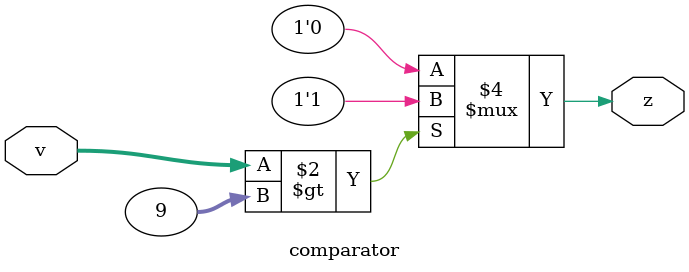
<source format=v>
module comparator (v, z);
	input [3:0] v; 	
	output reg z; 
	
	always @(v)
	begin
	  if (v > 9)
		z = 1'b1;
	  else
		z = 1'b0;
	end
endmodule



</source>
